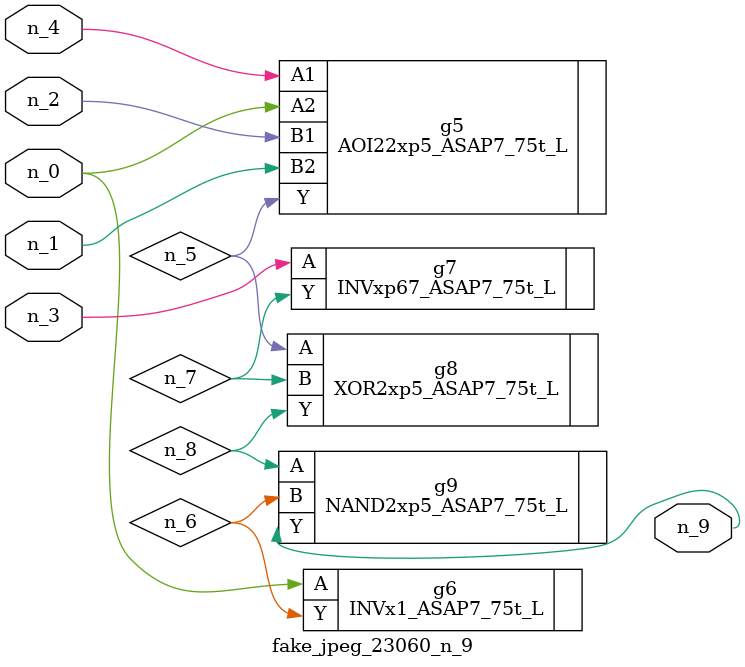
<source format=v>
module fake_jpeg_23060_n_9 (n_3, n_2, n_1, n_0, n_4, n_9);

input n_3;
input n_2;
input n_1;
input n_0;
input n_4;

output n_9;

wire n_8;
wire n_6;
wire n_5;
wire n_7;

AOI22xp5_ASAP7_75t_L g5 ( 
.A1(n_4),
.A2(n_0),
.B1(n_2),
.B2(n_1),
.Y(n_5)
);

INVx1_ASAP7_75t_L g6 ( 
.A(n_0),
.Y(n_6)
);

INVxp67_ASAP7_75t_L g7 ( 
.A(n_3),
.Y(n_7)
);

XOR2xp5_ASAP7_75t_L g8 ( 
.A(n_5),
.B(n_7),
.Y(n_8)
);

NAND2xp5_ASAP7_75t_L g9 ( 
.A(n_8),
.B(n_6),
.Y(n_9)
);


endmodule
</source>
